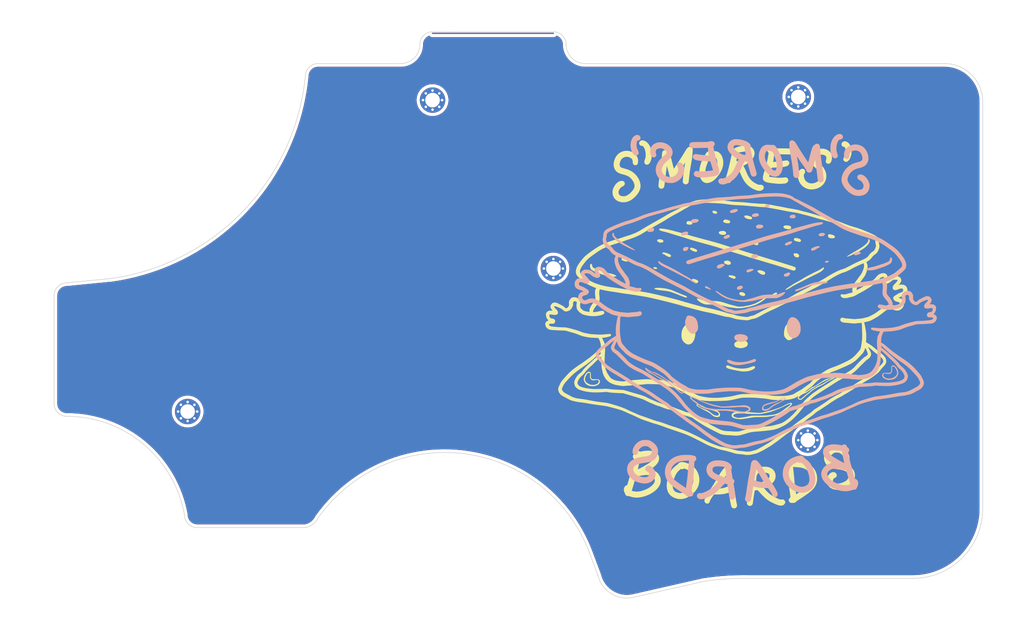
<source format=kicad_pcb>
(kicad_pcb (version 20211014) (generator pcbnew)
  (title_block (title "The Sephirette") (date "2022-01-02") (rev "1"))
  (layers (0 "F.Cu" signal) (31 "B.Cu" signal) (34 "B.Paste" user) (35 "F.Paste" user) (36 "B.SilkS" user "B.Silkscreen") (37 "F.SilkS" user "F.Silkscreen") (38 "B.Mask" user) (39 "F.Mask" user) (44 "Edge.Cuts" user))
  (net 0 "")
  (net 1 "gnd")
  (footprint "art:smores" (layer "F.Cu") (at 173 84)
    (fp_text reference "G***" hide)
    (fp_text value "LOGO" hide)
  )
  (footprint "kbd:M2_HOLE_v3" (layer "F.Cu") (at 185.5 46)
    (fp_text reference "Ref**" hide)
    (fp_text value "Val**" hide)
    (pad "1" thru_hole circle locked (at 1.06 -1.06) (size 0.5 0.5) (drill 0.4) (layers *.Cu *.Mask))
    (pad "1" thru_hole circle locked (at 0 -1.5) (size 0.5 0.5) (drill 0.4) (layers *.Cu *.Mask))
    (pad "1" thru_hole circle locked (at -1.5 0) (size 0.5 0.5) (drill 0.4) (layers *.Cu *.Mask))
    (pad "1" thru_hole circle locked (at 0 0) (size 4 4) (drill 2.3) (layers *.Cu *.Mask))
    (pad "1" thru_hole circle locked (at 0 1.5) (size 0.5 0.5) (drill 0.4) (layers *.Cu *.Mask))
    (pad "1" thru_hole circle locked (at -1.06 1.06) (size 0.5 0.5) (drill 0.4) (layers *.Cu *.Mask))
    (pad "1" thru_hole circle locked (at 1.5 0) (size 0.5 0.5) (drill 0.4) (layers *.Cu *.Mask))
    (pad "1" thru_hole circle locked (at -1.06 -1.06) (size 0.5 0.5) (drill 0.4) (layers *.Cu *.Mask))
    (pad "1" thru_hole circle locked (at 1.06 1.06) (size 0.5 0.5) (drill 0.4) (layers *.Cu *.Mask))
  )
  (footprint "kbd:M2_HOLE_v3" (layer "F.Cu") (at 128 46.5)
    (fp_text reference "Ref**" hide)
    (fp_text value "Val**" hide)
    (pad "1" thru_hole circle locked (at 1.06 -1.06) (size 0.5 0.5) (drill 0.4) (layers *.Cu *.Mask))
    (pad "1" thru_hole circle locked (at 0 1.5) (size 0.5 0.5) (drill 0.4) (layers *.Cu *.Mask))
    (pad "1" thru_hole circle locked (at 0 -1.5) (size 0.5 0.5) (drill 0.4) (layers *.Cu *.Mask))
    (pad "1" thru_hole circle locked (at -1.5 0) (size 0.5 0.5) (drill 0.4) (layers *.Cu *.Mask))
    (pad "1" thru_hole circle locked (at -1.06 -1.06) (size 0.5 0.5) (drill 0.4) (layers *.Cu *.Mask))
    (pad "1" thru_hole circle locked (at -1.06 1.06) (size 0.5 0.5) (drill 0.4) (layers *.Cu *.Mask))
    (pad "1" thru_hole circle locked (at 0 0) (size 4 4) (drill 2.3) (layers *.Cu *.Mask))
    (pad "1" thru_hole circle locked (at 1.06 1.06) (size 0.5 0.5) (drill 0.4) (layers *.Cu *.Mask))
    (pad "1" thru_hole circle locked (at 1.5 0) (size 0.5 0.5) (drill 0.4) (layers *.Cu *.Mask))
  )
  (footprint "kbd:M2_HOLE_v3" (layer "F.Cu") (at 187 100)
    (fp_text reference "Ref**" hide)
    (fp_text value "Val**" hide)
    (pad "1" thru_hole circle locked (at 0 -1.5) (size 0.5 0.5) (drill 0.4) (layers *.Cu *.Mask))
    (pad "1" thru_hole circle locked (at 1.06 1.06) (size 0.5 0.5) (drill 0.4) (layers *.Cu *.Mask))
    (pad "1" thru_hole circle locked (at -1.5 0) (size 0.5 0.5) (drill 0.4) (layers *.Cu *.Mask))
    (pad "1" thru_hole circle locked (at -1.06 -1.06) (size 0.5 0.5) (drill 0.4) (layers *.Cu *.Mask))
    (pad "1" thru_hole circle locked (at 1.06 -1.06) (size 0.5 0.5) (drill 0.4) (layers *.Cu *.Mask))
    (pad "1" thru_hole circle locked (at -1.06 1.06) (size 0.5 0.5) (drill 0.4) (layers *.Cu *.Mask))
    (pad "1" thru_hole circle locked (at 0 0) (size 4 4) (drill 2.3) (layers *.Cu *.Mask))
    (pad "1" thru_hole circle locked (at 1.5 0) (size 0.5 0.5) (drill 0.4) (layers *.Cu *.Mask))
    (pad "1" thru_hole circle locked (at 0 1.5) (size 0.5 0.5) (drill 0.4) (layers *.Cu *.Mask))
  )
  (footprint "kbd:M2_HOLE_v3" (layer "F.Cu") (at 89.5 95.5)
    (fp_text reference "Ref**" hide)
    (fp_text value "Val**" hide)
    (pad "1" thru_hole circle locked (at -1.5 0) (size 0.5 0.5) (drill 0.4) (layers *.Cu *.Mask))
    (pad "1" thru_hole circle locked (at 0 0) (size 4 4) (drill 2.3) (layers *.Cu *.Mask))
    (pad "1" thru_hole circle locked (at 1.06 1.06) (size 0.5 0.5) (drill 0.4) (layers *.Cu *.Mask))
    (pad "1" thru_hole circle locked (at 0 1.5) (size 0.5 0.5) (drill 0.4) (layers *.Cu *.Mask))
    (pad "1" thru_hole circle locked (at 1.5 0) (size 0.5 0.5) (drill 0.4) (layers *.Cu *.Mask))
    (pad "1" thru_hole circle locked (at 1.06 -1.06) (size 0.5 0.5) (drill 0.4) (layers *.Cu *.Mask))
    (pad "1" thru_hole circle locked (at -1.06 1.06) (size 0.5 0.5) (drill 0.4) (layers *.Cu *.Mask))
    (pad "1" thru_hole circle locked (at 0 -1.5) (size 0.5 0.5) (drill 0.4) (layers *.Cu *.Mask))
    (pad "1" thru_hole circle locked (at -1.06 -1.06) (size 0.5 0.5) (drill 0.4) (layers *.Cu *.Mask))
  )
  (footprint "kbd:M2_HOLE_v3" (layer "F.Cu") (at 147 73)
    (fp_text reference "Ref**" hide)
    (fp_text value "Val**" hide)
    (pad "1" thru_hole circle locked (at 1.06 -1.06) (size 0.5 0.5) (drill 0.4) (layers *.Cu *.Mask))
    (pad "1" thru_hole circle locked (at -1.06 1.06) (size 0.5 0.5) (drill 0.4) (layers *.Cu *.Mask))
    (pad "1" thru_hole circle locked (at 1.06 1.06) (size 0.5 0.5) (drill 0.4) (layers *.Cu *.Mask))
    (pad "1" thru_hole circle locked (at -1.06 -1.06) (size 0.5 0.5) (drill 0.4) (layers *.Cu *.Mask))
    (pad "1" thru_hole circle locked (at 0 -1.5) (size 0.5 0.5) (drill 0.4) (layers *.Cu *.Mask))
    (pad "1" thru_hole circle locked (at 0 1.5) (size 0.5 0.5) (drill 0.4) (layers *.Cu *.Mask))
    (pad "1" thru_hole circle locked (at 0 0) (size 4 4) (drill 2.3) (layers *.Cu *.Mask))
    (pad "1" thru_hole circle locked (at -1.5 0) (size 0.5 0.5) (drill 0.4) (layers *.Cu *.Mask))
    (pad "1" thru_hole circle locked (at 1.5 0) (size 0.5 0.5) (drill 0.4) (layers *.Cu *.Mask))
  )
  (footprint "art:smores" (layer "B.Cu") (at 180 83 180)
    (fp_text reference "G***" hide)
    (fp_text value "LOGO" hide)
  )
  (gr_line (start 128 36) (end 147 36) (layer "F.Cu") (width 0.2))
  (gr_line (start 147 36) (end 128 36) (layer "B.Cu") (width 0.2))
  (gr_line (start 131 35.75) (end 128 35.75) (layer "Edge.Cuts") (width 0.1))
  (gr_arc (start 108 42.75) (mid 108.585786 41.335786) (end 110 40.75) (layer "Edge.Cuts") (width 0.1))
  (gr_arc (start 70.5 96.25) (mid 82.567518 100.637156) (end 89 111.75) (layer "Edge.Cuts") (width 0.1))
  (gr_line (start 77.609825 74.554244) (end 70.5 75.25) (layer "Edge.Cuts") (width 0.1))
  (gr_line (start 193.5 121.75) (end 177.5 121.75) (layer "Edge.Cuts") (width 0.1))
  (gr_line (start 68.5 94.25) (end 68.5 77.25) (layer "Edge.Cuts") (width 0.1))
  (gr_line (start 147 35.75) (end 131 35.75) (layer "Edge.Cuts") (width 0.1))
  (gr_line (start 214.5 46.75) (end 214.5 110.75) (layer "Edge.Cuts") (width 0.1))
  (gr_arc (start 110 112.25) (mid 133.055525 102.147309) (end 152.7247 117.855434) (layer "Edge.Cuts") (width 0.1))
  (gr_arc (start 91 113.75) (mid 89.585786 113.164214) (end 89 111.75) (layer "Edge.Cuts") (width 0.1))
  (gr_arc (start 126 37.75) (mid 125.12132 39.87132) (end 123 40.75) (layer "Edge.Cuts") (width 0.1))
  (gr_arc (start 208.5 40.75) (mid 212.742641 42.507359) (end 214.5 46.75) (layer "Edge.Cuts") (width 0.1))
  (gr_arc (start 70.5 96.25) (mid 69.085786 95.664214) (end 68.5 94.25) (layer "Edge.Cuts") (width 0.1))
  (gr_arc (start 147 35.75) (mid 148.414214 36.335786) (end 149 37.75) (layer "Edge.Cuts") (width 0.1))
  (gr_arc (start 107.999999 42.75) (mid 98.29083 63.894127) (end 77.609825 74.554244) (layer "Edge.Cuts") (width 0.1))
  (gr_arc (start 68.5 77.25) (mid 69.085786 75.835786) (end 70.5 75.25) (layer "Edge.Cuts") (width 0.1))
  (gr_arc (start 126 37.75) (mid 126.585786 36.335786) (end 128 35.75) (layer "Edge.Cuts") (width 0.1))
  (gr_arc (start 152 40.75) (mid 149.87868 39.87132) (end 149 37.75) (layer "Edge.Cuts") (width 0.1))
  (gr_arc (start 159.5 124.75) (mid 156.040103 124.115553) (end 154 121.25) (layer "Edge.Cuts") (width 0.1))
  (gr_line (start 152 40.75) (end 208.5 40.75) (layer "Edge.Cuts") (width 0.1))
  (gr_line (start 159.5 124.75) (end 170.5 122.25) (layer "Edge.Cuts") (width 0.1))
  (gr_line (start 152.7247 117.855434) (end 154 121.25) (layer "Edge.Cuts") (width 0.1))
  (gr_line (start 91 113.75) (end 108 113.75) (layer "Edge.Cuts") (width 0.1))
  (gr_line (start 123 40.75) (end 110 40.75) (layer "Edge.Cuts") (width 0.1))
  (gr_line (start 203.5 121.75) (end 193.5 121.75) (layer "Edge.Cuts") (width 0.1))
  (gr_arc (start 170.5 122.25) (mid 173.989253 121.849546) (end 177.5 121.75) (layer "Edge.Cuts") (width 0.1))
  (gr_arc (start 214.5 110.75) (mid 211.278175 118.528175) (end 203.5 121.75) (layer "Edge.Cuts") (width 0.1))
  (gr_arc (start 109.999999 112.25) (mid 109.17705 113.236068) (end 108 113.75) (layer "Edge.Cuts") (width 0.1))
  (zone (net 1) (net_name "gnd") (layer "F.Cu") (connect_pads (clearance 0.508)) (min_thickness 0.254) (fill yes (thermal_gap 0.508) (thermal_bridge_width 0.508) (island_removal_mode 1) (island_area_min 0))
    (polygon (pts (xy 221 130.75) (xy 61 130.75) (xy 61 30.75) (xy 221 30.75)))
  )
  (zone (net 1) (net_name "gnd") (layer "B.Cu") (connect_pads (clearance 0.508)) (min_thickness 0.254) (fill yes (thermal_gap 0.508) (thermal_bridge_width 0.508) (island_removal_mode 1) (island_area_min 0))
    (polygon (pts (xy 220 131.75) (xy 60 131.75) (xy 60 31.75) (xy 220 31.75)))
  )
)
</source>
